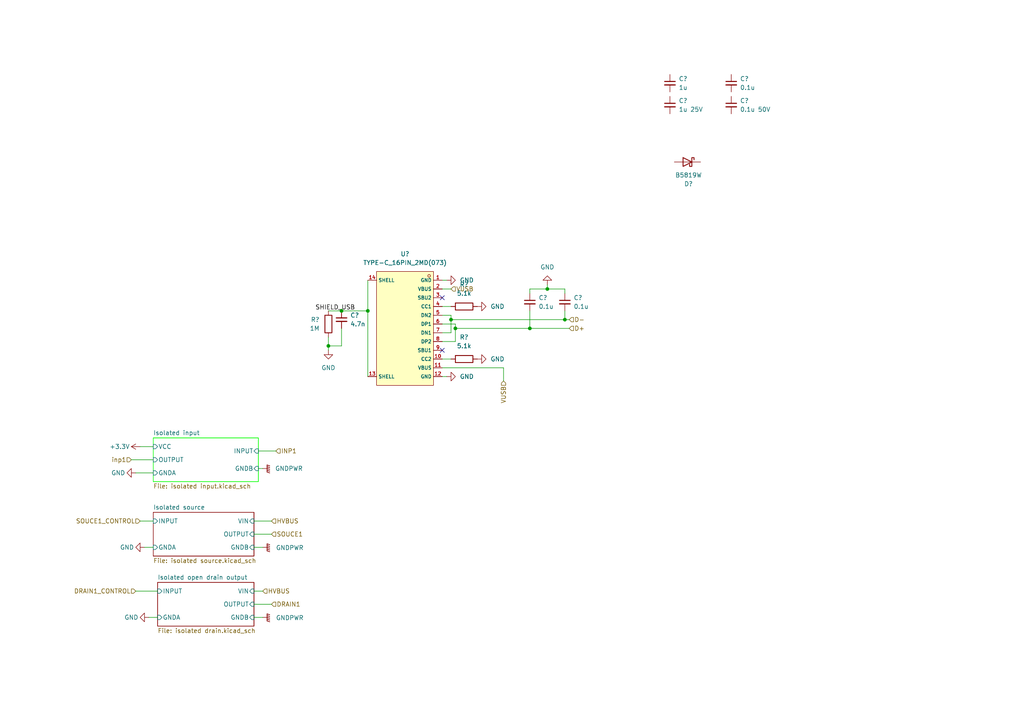
<source format=kicad_sch>
(kicad_sch (version 20211123) (generator eeschema)
  (paper "A4")
  (lib_symbols
    (symbol "0_JLCPCB_Symbols:TYPE-C_16PIN_2MD(073)"
      (property "Reference" "U" (at 0 1.27 0))
      (property "Value" "TYPE-C_16PIN_2MD(073)" (at 0 -2.54 0))
      (symbol "TYPE-C_16PIN_2MD(073)_0_0"
        (rectangle (start -6.35 6.35) (end 10.16 -26.67) (fill (type background)))
        (circle (center -5.08 5.08) (radius 0.381) (fill (type background)))
        (pin unspecified line (at -8.89 3.81 0) (length 2.54) (name "GND") (number "1"))
        (pin unspecified line (at -8.89 -19.05 0) (length 2.54) (name "CC2") (number "10"))
        (pin unspecified line (at -8.89 -21.59 0) (length 2.54) (name "VBUS") (number "11"))
        (pin unspecified line (at -8.89 -24.13 0) (length 2.54) (name "GND") (number "12"))
        (pin unspecified line (at 12.7 -24.13 180) (length 2.54) (name "SHELL") (number "13"))
        (pin unspecified line (at 12.7 3.81 180) (length 2.54) (name "SHELL") (number "14"))
        (pin unspecified line (at -8.89 1.27 0) (length 2.54) (name "VBUS") (number "2"))
        (pin unspecified line (at -8.89 -1.27 0) (length 2.54) (name "SBU2") (number "3"))
        (pin unspecified line (at -8.89 -3.81 0) (length 2.54) (name "CC1") (number "4"))
        (pin unspecified line (at -8.89 -6.35 0) (length 2.54) (name "DN2") (number "5"))
        (pin unspecified line (at -8.89 -8.89 0) (length 2.54) (name "DP1") (number "6"))
        (pin unspecified line (at -8.89 -11.43 0) (length 2.54) (name "DN1") (number "7"))
        (pin unspecified line (at -8.89 -13.97 0) (length 2.54) (name "DP2") (number "8"))
        (pin unspecified line (at -8.89 -16.51 0) (length 2.54) (name "SBU1") (number "9"))
      )
    )
    (symbol "Device:C_Small" (pin_numbers hide) (pin_names (offset 0.254) hide)
      (property "Reference" "C" (at 0.254 1.778 0))
      (property "Value" "C_Small" (at 0.254 -2.032 0))
      (symbol "C_Small_0_1"
        (polyline (pts (xy -1.524 -0.508) (xy 1.524 -0.508)) (stroke (width 0.3302)))
        (polyline (pts (xy -1.524 0.508) (xy 1.524 0.508)) (stroke (width 0.3048)))
      )
      (symbol "C_Small_1_1"
        (pin passive line (at 0 2.54 270) (length 2.032) (name "~") (number "1"))
        (pin passive line (at 0 -2.54 90) (length 2.032) (name "~") (number "2"))
      )
    )
    (symbol "Device:R" (pin_numbers hide) (pin_names (offset 0))
      (property "Reference" "R" (at 2.032 0 90))
      (property "Value" "R" (at 0 0 90))
      (symbol "R_0_1"
        (rectangle (start -1.016 -2.54) (end 1.016 2.54) (stroke (width 0.254)))
      )
      (symbol "R_1_1"
        (pin passive line (at 0 3.81 270) (length 1.27) (name "~") (number "1"))
        (pin passive line (at 0 -3.81 90) (length 1.27) (name "~") (number "2"))
      )
    )
    (symbol "Diode:1N5820" (pin_numbers hide) (pin_names (offset 1.016) hide)
      (property "Reference" "D" (at 0 2.54 0))
      (property "Value" "1N5820" (at 0 -2.54 0))
      (symbol "1N5820_0_1"
        (polyline (pts (xy 1.27 0) (xy -1.27 0)))
        (polyline (pts (xy 1.27 1.27) (xy 1.27 -1.27) (xy -1.27 0) (xy 1.27 1.27)) (stroke (width 0.254)))
        (polyline (pts (xy -1.905 0.635) (xy -1.905 1.27) (xy -1.27 1.27) (xy -1.27 -1.27) (xy -0.635 -1.27) (xy -0.635 -0.635)) (stroke (width 0.254)))
      )
      (symbol "1N5820_1_1"
        (pin passive line (at -3.81 0 0) (length 2.54) (name "K") (number "1"))
        (pin passive line (at 3.81 0 180) (length 2.54) (name "A") (number "2"))
      )
    )
    (symbol "power:+3.3V" (power) (pin_names (offset 0))
      (property "Value" "+3.3V" (at 0 3.556 0))
      (symbol "+3.3V_0_1"
        (polyline (pts (xy -0.762 1.27) (xy 0 2.54)))
        (polyline (pts (xy 0 0) (xy 0 2.54)))
        (polyline (pts (xy 0 2.54) (xy 0.762 1.27)))
      )
      (symbol "+3.3V_1_1"
        (pin power_in line (at 0 0 90) (length 0) hide (name "+3.3V") (number "1"))
      )
    )
    (symbol "power:GND" (power) (pin_names (offset 0))
      (property "Value" "GND" (at 0 -3.81 0))
      (symbol "GND_0_1"
        (polyline (pts (xy 0 0) (xy 0 -1.27) (xy 1.27 -1.27) (xy 0 -2.54) (xy -1.27 -1.27) (xy 0 -1.27)))
      )
      (symbol "GND_1_1"
        (pin power_in line (at 0 0 270) (length 0) hide (name "GND") (number "1"))
      )
    )
    (symbol "power:GNDPWR" (power) (pin_names (offset 0))
      (property "Value" "GNDPWR" (at 0 -3.302 0))
      (symbol "GNDPWR_0_1"
        (polyline (pts (xy 0 -1.27) (xy 0 0)))
        (polyline (pts (xy -1.016 -1.27) (xy -1.27 -2.032) (xy -1.27 -2.032)) (stroke (width 0.2032)))
        (polyline (pts (xy -0.508 -1.27) (xy -0.762 -2.032) (xy -0.762 -2.032)) (stroke (width 0.2032)))
        (polyline (pts (xy 0 -1.27) (xy -0.254 -2.032) (xy -0.254 -2.032)) (stroke (width 0.2032)))
        (polyline (pts (xy 0.508 -1.27) (xy 0.254 -2.032) (xy 0.254 -2.032)) (stroke (width 0.2032)))
        (polyline (pts (xy 1.016 -1.27) (xy -1.016 -1.27) (xy -1.016 -1.27)) (stroke (width 0.2032)))
        (polyline (pts (xy 1.016 -1.27) (xy 0.762 -2.032) (xy 0.762 -2.032) (xy 0.762 -2.032)) (stroke (width 0.2032)))
      )
      (symbol "GNDPWR_1_1"
        (pin power_in line (at 0 0 270) (length 0) hide (name "GNDPWR") (number "1"))
      )
    )
  )
  (junction (at 130.81 92.71))
  (junction (at 106.68 90.17))
  (junction (at 163.83 92.71))
  (junction (at 99.06 90.17))
  (junction (at 153.67 95.25))
  (junction (at 132.08 95.25))
  (junction (at 95.25 100.33))
  (junction (at 158.75 83.82))
  (no_connect (at 128.27 101.6))
  (no_connect (at 128.27 86.36))
  (wire (pts (xy 128.27 93.98) (xy 132.08 93.98)))
  (wire (pts (xy 38.1 133.35) (xy 44.45 133.35)))
  (wire (pts (xy 99.06 95.25) (xy 99.06 100.33)))
  (wire (pts (xy 153.67 95.25) (xy 132.08 95.25)))
  (wire (pts (xy 130.81 92.71) (xy 130.81 91.44)))
  (wire (pts (xy 165.1 92.71) (xy 163.83 92.71)))
  (wire (pts (xy 73.66 171.45) (xy 76.2 171.45)))
  (wire (pts (xy 132.08 99.06) (xy 128.27 99.06)))
  (wire (pts (xy 163.83 92.71) (xy 163.83 90.17)))
  (wire (pts (xy 165.1 95.25) (xy 153.67 95.25)))
  (wire (pts (xy 39.37 171.45) (xy 45.72 171.45)))
  (wire (pts (xy 163.83 92.71) (xy 130.81 92.71)))
  (wire (pts (xy 74.93 130.81) (xy 80.01 130.81)))
  (wire (pts (xy 130.81 104.14) (xy 128.27 104.14)))
  (wire (pts (xy 74.93 135.89) (xy 76.2 135.89)))
  (wire (pts (xy 44.45 158.75) (xy 41.91 158.75)))
  (wire (pts (xy 158.75 82.55) (xy 158.75 83.82)))
  (wire (pts (xy 99.06 100.33) (xy 95.25 100.33)))
  (wire (pts (xy 130.81 83.82) (xy 128.27 83.82)))
  (wire (pts (xy 146.05 106.68) (xy 146.05 110.49)))
  (wire (pts (xy 132.08 95.25) (xy 132.08 99.06)))
  (wire (pts (xy 40.64 129.54) (xy 44.45 129.54)))
  (wire (pts (xy 158.75 83.82) (xy 153.67 83.82)))
  (wire (pts (xy 73.66 175.26) (xy 78.74 175.26)))
  (wire (pts (xy 73.66 179.07) (xy 76.2 179.07)))
  (wire (pts (xy 99.06 90.17) (xy 95.25 90.17)))
  (wire (pts (xy 73.66 154.94) (xy 78.74 154.94)))
  (wire (pts (xy 44.45 151.13) (xy 40.64 151.13)))
  (wire (pts (xy 163.83 83.82) (xy 158.75 83.82)))
  (wire (pts (xy 106.68 81.28) (xy 106.68 90.17)))
  (wire (pts (xy 73.66 151.13) (xy 78.74 151.13)))
  (wire (pts (xy 43.18 179.07) (xy 45.72 179.07)))
  (wire (pts (xy 129.54 109.22) (xy 128.27 109.22)))
  (wire (pts (xy 153.67 83.82) (xy 153.67 85.09)))
  (wire (pts (xy 146.05 106.68) (xy 128.27 106.68)))
  (wire (pts (xy 106.68 90.17) (xy 99.06 90.17)))
  (wire (pts (xy 130.81 96.52) (xy 130.81 92.71)))
  (wire (pts (xy 73.66 158.75) (xy 76.2 158.75)))
  (wire (pts (xy 95.25 97.79) (xy 95.25 100.33)))
  (wire (pts (xy 44.45 137.16) (xy 39.37 137.16)))
  (wire (pts (xy 128.27 96.52) (xy 130.81 96.52)))
  (wire (pts (xy 95.25 100.33) (xy 95.25 101.6)))
  (wire (pts (xy 130.81 88.9) (xy 128.27 88.9)))
  (wire (pts (xy 130.81 91.44) (xy 128.27 91.44)))
  (wire (pts (xy 153.67 95.25) (xy 153.67 90.17)))
  (wire (pts (xy 106.68 90.17) (xy 106.68 109.22)))
  (wire (pts (xy 129.54 81.28) (xy 128.27 81.28)))
  (wire (pts (xy 163.83 85.09) (xy 163.83 83.82)))
  (wire (pts (xy 132.08 93.98) (xy 132.08 95.25)))
  (label "SHIELD_USB" (at 91.44 90.17 0))
  (hierarchical_label "INP1" (shape input) (at 80.01 130.81 0))
  (hierarchical_label "D+" (shape input) (at 165.1 95.25 0))
  (hierarchical_label "SOUCE1_CONTROL" (shape input) (at 40.64 151.13 180))
  (hierarchical_label "DRAIN1" (shape input) (at 78.74 175.26 0))
  (hierarchical_label "SOUCE1" (shape input) (at 78.74 154.94 0))
  (hierarchical_label "VUSB" (shape input) (at 130.81 83.82 0))
  (hierarchical_label "inp1" (shape input) (at 38.1 133.35 180))
  (hierarchical_label "HVBUS" (shape input) (at 76.2 171.45 0))
  (hierarchical_label "DRAIN1_CONTROL" (shape input) (at 39.37 171.45 180))
  (hierarchical_label "HVBUS" (shape input) (at 78.74 151.13 0))
  (hierarchical_label "VUSB" (shape input) (at 146.05 110.49 270))
  (hierarchical_label "D-" (shape input) (at 165.1 92.71 0))
  (symbol (lib_id "power:+3.3V") (at 40.64 129.54 90) (unit 1)
    (property "Reference" "#PWR?" (effects hide))
    (property "Value" "+3.3V" (at 31.75 129.54 90) (effects (justify right)))
  )
  (symbol (lib_id "power:GND") (at 129.54 81.28 90) (mirror x) (unit 1)
    (property "Reference" "#PWR?" (effects hide))
    (property "Value" "GND" (at 133.35 81.2799 90) (effects (justify right)))
  )
  (symbol (lib_id "Device:C_Small") (at 163.83 87.63 0) (mirror y) (unit 1)
    (property "Reference" "C?" (at 166.37 86.3662 0) (effects (justify right)))
    (property "Value" "0.1u" (at 166.37 88.9062 0) (effects (justify right)))
    (property "Footprint" "Capacitor_SMD:C_0805_2012Metric" (effects hide))
    (property "LCSC" "C28233" (effects hide))
  )
  (symbol (lib_id "power:GND") (at 95.25 101.6 0) (mirror y) (unit 1)
    (property "Reference" "#PWR?" (effects hide))
    (property "Value" "GND" (at 95.25 106.68 0))
  )
  (symbol (lib_id "Diode:1N5820") (at 199.39 46.99 0) (mirror y) (unit 1)
    (property "Reference" "D?" (at 199.7075 53.34 0))
    (property "Value" "B5819W" (at 199.7075 50.8 0))
    (property "Footprint" "Diode_SMD:D_SOD-123" (effects hide))
    (property "Datasheet" "http://www.vishay.com/docs/88526/1n5820.pdf" (effects hide))
    (property "LCSC" "C8598" (effects hide))
  )
  (symbol (lib_id "Device:R") (at 95.25 93.98 0) (mirror y) (unit 1)
    (property "Reference" "R?" (at 92.71 92.7099 0) (effects (justify left)))
    (property "Value" "1M" (at 92.71 95.2499 0) (effects (justify left)))
    (property "Footprint" "Resistor_SMD:R_1206_3216Metric" (effects hide))
    (property "LCSC" "C17927" (effects hide))
  )
  (symbol (lib_id "0_JLCPCB_Symbols:TYPE-C_16PIN_2MD(073)") (at 119.38 85.09 0) (mirror y) (unit 1)
    (property "Reference" "U?" (at 117.475 73.66 0))
    (property "Value" "TYPE-C_16PIN_2MD(073)" (at 117.475 76.2 0))
    (property "Footprint" "0_JLCPCB_Footprints:USB-C-SMD_TYPE-C-6PIN-2MD-073" (effects hide))
    (property "Datasheet" "https://atta.szlcsc.com/upload/public/pdf/source/20210409/C2765186_34D42616F62DF94D17C4D63D74D9FD03.pdf" (effects hide))
    (property "LCSC" "C2765186" (effects hide))
  )
  (symbol (lib_id "Device:C_Small") (at 99.06 92.71 0) (mirror y) (unit 1)
    (property "Reference" "C?" (at 101.6 91.4462 0) (effects (justify right)))
    (property "Value" "4.7n" (at 101.6 93.9862 0) (effects (justify right)))
    (property "Footprint" "Capacitor_SMD:C_0805_2012Metric" (effects hide))
    (property "LCSC" "C1779" (effects hide))
  )
  (symbol (lib_id "Device:C_Small") (at 212.09 24.13 0) (unit 1)
    (property "Reference" "C?" (at 214.63 22.86 0) (effects (justify left)))
    (property "Value" "0.1u" (at 214.63 25.4 0) (effects (justify left)))
    (property "Footprint" "Capacitor_SMD:C_0805_2012Metric" (effects hide))
    (property "LCSC" "C28233" (effects hide))
  )
  (symbol (lib_id "power:GND") (at 158.75 82.55 0) (mirror x) (unit 1)
    (property "Reference" "#PWR?" (effects hide))
    (property "Value" "GND" (at 158.75 77.47 0))
  )
  (symbol (lib_id "Device:R") (at 134.62 88.9 270) (mirror x) (unit 1)
    (property "Reference" "R?" (at 134.62 82.55 90))
    (property "Value" "5.1k" (at 134.62 85.09 90))
    (property "Footprint" "Resistor_SMD:R_0805_2012Metric" (effects hide))
    (property "LCSC" "C27834" (effects hide))
  )
  (symbol (lib_id "power:GND") (at 39.37 137.16 270) (unit 1)
    (property "Reference" "#PWR?" (effects hide))
    (property "Value" "GND" (at 34.29 137.16 90))
  )
  (symbol (lib_id "power:GND") (at 138.43 104.14 90) (mirror x) (unit 1)
    (property "Reference" "#PWR?" (effects hide))
    (property "Value" "GND" (at 142.24 104.1399 90) (effects (justify right)))
  )
  (symbol (lib_id "Device:R") (at 134.62 104.14 270) (mirror x) (unit 1)
    (property "Reference" "R?" (at 134.62 97.79 90))
    (property "Value" "5.1k" (at 134.62 100.33 90))
    (property "Footprint" "Resistor_SMD:R_0805_2012Metric" (effects hide))
    (property "LCSC" "C27834" (effects hide))
  )
  (symbol (lib_id "power:GNDPWR") (at 76.2 135.89 90) (unit 1)
    (property "Reference" "#PWR?" (effects hide))
    (property "Value" "GNDPWR" (at 83.82 135.89 90))
  )
  (symbol (lib_id "power:GNDPWR") (at 76.2 179.07 90) (unit 1)
    (property "Reference" "#PWR?" (effects hide))
    (property "Value" "GNDPWR" (at 80.01 179.1969 90) (effects (justify right)))
  )
  (symbol (lib_id "Device:C_Small") (at 194.31 30.48 0) (unit 1)
    (property "Reference" "C?" (at 196.85 29.21 0) (effects (justify left)))
    (property "Value" "1u 25V" (at 196.85 31.75 0) (effects (justify left)))
    (property "Footprint" "Capacitor_SMD:C_0402_1005Metric" (effects hide))
    (property "LCSC" "C52923" (effects hide))
  )
  (symbol (lib_id "Device:C_Small") (at 212.09 30.48 0) (unit 1)
    (property "Reference" "C?" (at 214.63 29.21 0) (effects (justify left)))
    (property "Value" "0.1u 50V" (at 214.63 31.75 0) (effects (justify left)))
    (property "Footprint" "Capacitor_SMD:C_0402_1005Metric" (effects hide))
    (property "LCSC Part #" "C307331" (effects hide))
    (property "LCSC" "C28233" (effects hide))
  )
  (symbol (lib_id "power:GNDPWR") (at 76.2 158.75 90) (unit 1)
    (property "Reference" "#PWR?" (effects hide))
    (property "Value" "GNDPWR" (at 80.01 158.8769 90) (effects (justify right)))
  )
  (symbol (lib_id "Device:C_Small") (at 153.67 87.63 0) (mirror y) (unit 1)
    (property "Reference" "C?" (at 156.21 86.3662 0) (effects (justify right)))
    (property "Value" "0.1u" (at 156.21 88.9062 0) (effects (justify right)))
    (property "Footprint" "Capacitor_SMD:C_0805_2012Metric" (effects hide))
    (property "LCSC" "C28233" (effects hide))
  )
  (symbol (lib_id "power:GND") (at 41.91 158.75 270) (unit 1)
    (property "Reference" "#PWR?" (effects hide))
    (property "Value" "GND" (at 36.83 158.75 90))
  )
  (symbol (lib_id "power:GND") (at 129.54 109.22 90) (mirror x) (unit 1)
    (property "Reference" "#PWR?" (effects hide))
    (property "Value" "GND" (at 133.35 109.2199 90) (effects (justify right)))
  )
  (symbol (lib_id "Device:C_Small") (at 194.31 24.13 0) (unit 1)
    (property "Reference" "C?" (at 196.85 22.86 0) (effects (justify left)))
    (property "Value" "1u" (at 196.85 25.4 0) (effects (justify left)))
    (property "Footprint" "Capacitor_SMD:C_0805_2012Metric" (effects hide))
    (property "LCSC" "C28323" (effects hide))
  )
  (symbol (lib_id "power:GND") (at 138.43 88.9 90) (mirror x) (unit 1)
    (property "Reference" "#PWR?" (effects hide))
    (property "Value" "GND" (at 142.24 88.8999 90) (effects (justify right)))
  )
  (symbol (lib_id "power:GND") (at 43.18 179.07 270) (unit 1)
    (property "Reference" "#PWR?" (effects hide))
    (property "Value" "GND" (at 38.1 179.07 90))
  )
  (sheet (at 44.45 127) (size 30.48 12.7) (stroke (width 0.1524) (color 4 255 0 1))
    (property "Sheet name" "Isolated input" (at 44.45 126.2884 0) (effects (justify left bottom)))
    (property "Sheet file" "isolated input.kicad_sch" (at 44.45 140.2846 0) (effects (justify left top)))
    (pin "GNDA" input (at 44.45 137.16 180))
    (pin "GNDB" input (at 74.93 135.89 0))
    (pin "OUTPUT" input (at 44.45 133.35 180))
    (pin "INPUT" input (at 74.93 130.81 0))
    (pin "VCC" input (at 44.45 129.54 180))
  )
  (sheet (at 45.72 168.91) (size 27.94 12.7) (stroke (width 0.1524))
    (property "Sheet name" "Isolated open drain output" (at 45.72 168.1984 0) (effects (justify left bottom)))
    (property "Sheet file" "isolated drain.kicad_sch" (at 45.72 182.1946 0) (effects (justify left top)))
    (pin "GNDB" input (at 73.66 179.07 0))
    (pin "INPUT" input (at 45.72 171.45 180))
    (pin "OUTPUT" input (at 73.66 175.26 0))
    (pin "VIN" input (at 73.66 171.45 0))
    (pin "GNDA" input (at 45.72 179.07 180))
  )
  (sheet (at 44.45 148.59) (size 29.21 12.7) (stroke (width 0.1524))
    (property "Sheet name" "Isolated source" (at 44.45 147.8784 0) (effects (justify left bottom)))
    (property "Sheet file" "isolated source.kicad_sch" (at 44.45 161.8746 0) (effects (justify left top)))
    (pin "GNDA" input (at 44.45 158.75 180))
    (pin "GNDB" input (at 73.66 158.75 0))
    (pin "VIN" input (at 73.66 151.13 0))
    (pin "INPUT" input (at 44.45 151.13 180))
    (pin "OUTPUT" input (at 73.66 154.94 0))
  )
)
</source>
